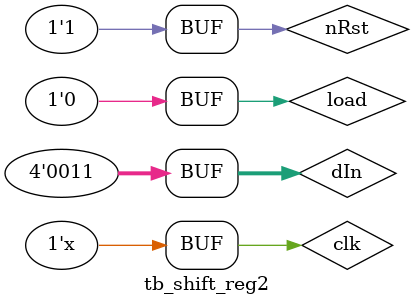
<source format=v>
`timescale 1ns / 100ps

module tb_shift_reg2;
    reg clk, nRst, load;
    reg [3:0] dIn;
    wire [3:0] dOut;

    pipo U0 (clk, nRst, load, dIn, dOut);

    initial begin
        clk = 0;
        load = 0;
        nRst = 0;
        #200 nRst = 1;
    end

    always 
        #100 clk = ~clk;

    initial begin
        #250 dIn = 15;
        #100 load = 1;
        #200 load = 0;
        #200 dIn = 10;
        #200 dIn = 5;
        #200 dIn = 13;
        #200 dIn = 9;
        #200 dIn = 7;
        #50 load = 1;
        #200 dIn = 14;
        #50 load = 0;
        #200 dIn = 3;
    end
endmodule
</source>
